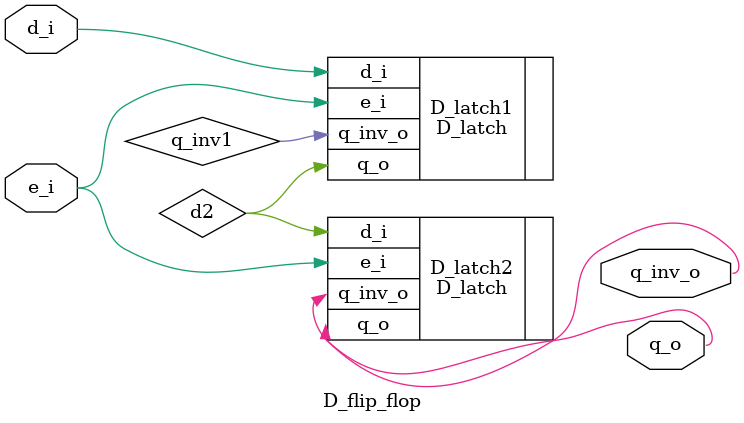
<source format=v>
module D_flip_flop(
    e_i,
    d_i,
    q_o,
    q_inv_o
);

input wire e_i;
input wire d_i;
output wire q_o;
output wire q_inv_o;

wire d2;
wire q1_inv;

    
D_latch D_latch1(
    .e_i(e_i),
    .d_i(d_i),
    .q_o(d2),
    .q_inv_o(q_inv1)
);

D_latch D_latch2(
    .e_i(e_i),
    .d_i(d2),
    .q_o(q_o),
    .q_inv_o(q_inv_o)
);



endmodule
</source>
